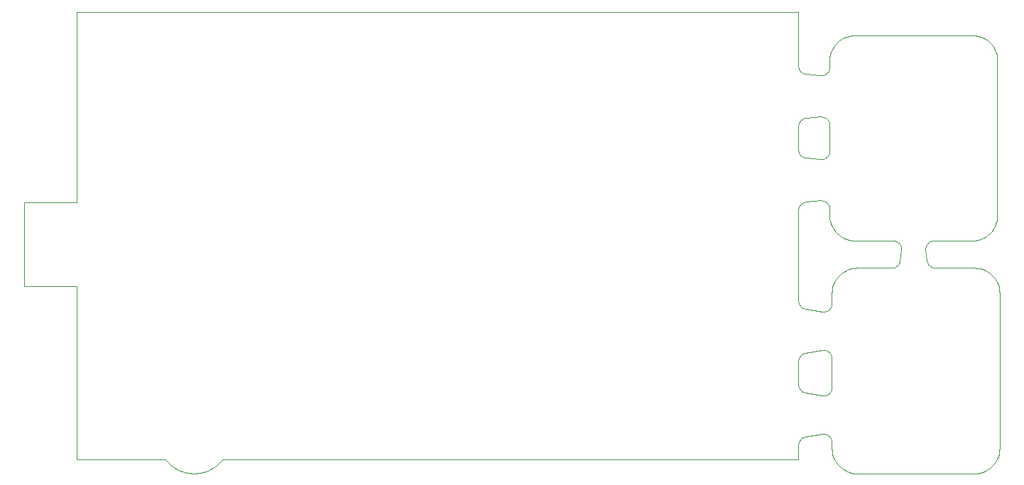
<source format=gko>
%MOIN*%
%OFA0B0*%
%FSLAX36Y36*%
%IPPOS*%
%LPD*%
%ADD10C,0*%
D10*
X003632999Y001520096D02*
X003632999Y001520096D01*
X003632999Y001629509D01*
X003633108Y001632432D01*
X003633433Y001635338D01*
X003633973Y001638212D01*
X003634725Y001641038D01*
X003635685Y001643801D01*
X003636847Y001646485D01*
X003638205Y001649075D01*
X003639752Y001651557D01*
X003641479Y001653917D01*
X003643376Y001656143D01*
X003645433Y001658222D01*
X003647639Y001660142D01*
X003649981Y001661893D01*
X003652446Y001663466D01*
X003655022Y001664851D01*
X003657693Y001666041D01*
X003660446Y001667030D01*
X003663264Y001667812D01*
X003666132Y001668382D01*
X003669035Y001668738D01*
X003736822Y001674500D01*
X003740078Y001674641D01*
X003743333Y001674513D01*
X003746567Y001674116D01*
X003749757Y001673453D01*
X003752881Y001672528D01*
X003755918Y001671349D01*
X003758847Y001669922D01*
X003761648Y001668258D01*
X003764302Y001666368D01*
X003766791Y001664265D01*
X003769097Y001661963D01*
X003771205Y001659479D01*
X003773100Y001656829D01*
X003774770Y001654031D01*
X003776203Y001651105D01*
X003777388Y001648070D01*
X003778319Y001644948D01*
X003778989Y001641759D01*
X003779392Y001638526D01*
X003779527Y001635271D01*
X003779527Y001514334D01*
X003779392Y001511079D01*
X003778989Y001507846D01*
X003778319Y001504657D01*
X003777388Y001501535D01*
X003776203Y001498500D01*
X003774770Y001495574D01*
X003773100Y001492776D01*
X003771205Y001490126D01*
X003769097Y001487642D01*
X003766791Y001485340D01*
X003764302Y001483237D01*
X003761648Y001481347D01*
X003758847Y001479683D01*
X003755918Y001478257D01*
X003752881Y001477077D01*
X003749757Y001476152D01*
X003746567Y001475489D01*
X003743333Y001475092D01*
X003740078Y001474964D01*
X003736822Y001475106D01*
X003669035Y001480868D01*
X003666132Y001481223D01*
X003663264Y001481794D01*
X003660446Y001482575D01*
X003657693Y001483564D01*
X003655022Y001484754D01*
X003652446Y001486139D01*
X003649981Y001487712D01*
X003647639Y001489463D01*
X003645433Y001491384D01*
X003643376Y001493462D01*
X003641479Y001495688D01*
X003639752Y001498049D01*
X003638205Y001500531D01*
X003636847Y001503121D01*
X003635685Y001505804D01*
X003634725Y001508567D01*
X003633973Y001511393D01*
X003633433Y001514267D01*
X003633108Y001517174D01*
X003632999Y001520096D01*
X003632999Y000133446D02*
X003632999Y000133446D01*
X003633097Y000136221D01*
X003633391Y000138982D01*
X003633878Y000141716D01*
X003634556Y000144408D01*
X003635423Y000147046D01*
X003636474Y000149617D01*
X003637703Y000152107D01*
X003639104Y000154504D01*
X003640671Y000156796D01*
X003642396Y000158972D01*
X003644270Y000161021D01*
X003646283Y000162933D01*
X003648426Y000164699D01*
X003650689Y000166309D01*
X003653059Y000167755D01*
X003655525Y000169031D01*
X003658075Y000170130D01*
X003660696Y000171046D01*
X003663376Y000171775D01*
X003666100Y000172314D01*
X003744840Y000185016D01*
X003748223Y000185412D01*
X003751627Y000185515D01*
X003755027Y000185323D01*
X003758399Y000184838D01*
X003761715Y000184063D01*
X003764952Y000183004D01*
X003768086Y000181670D01*
X003771093Y000180070D01*
X003773950Y000178216D01*
X003776636Y000176122D01*
X003779131Y000173803D01*
X003781416Y000171278D01*
X003783475Y000168565D01*
X003785291Y000165684D01*
X003786852Y000162656D01*
X003788145Y000159505D01*
X003789161Y000156255D01*
X003789892Y000152928D01*
X003790332Y000149551D01*
X003790480Y000146148D01*
X003790480Y000118110D01*
X003791222Y000104886D01*
X003793441Y000091828D01*
X003797108Y000079101D01*
X003802176Y000066864D01*
X003808583Y000055271D01*
X003816248Y000044470D01*
X003825073Y000034593D01*
X003834950Y000025768D01*
X003845751Y000018103D01*
X003857344Y000011696D01*
X003869581Y000006628D01*
X003882308Y000002961D01*
X003895366Y000000742D01*
X003908590Y000000000D01*
X004459771Y000000000D01*
X004472995Y000000742D01*
X004486053Y000002961D01*
X004498780Y000006628D01*
X004511017Y000011696D01*
X004522609Y000018103D01*
X004533411Y000025768D01*
X004543288Y000034593D01*
X004552113Y000044470D01*
X004559778Y000055271D01*
X004566185Y000066864D01*
X004571253Y000079101D01*
X004574920Y000091828D01*
X004577139Y000104886D01*
X004577881Y000118110D01*
X004577881Y000846456D01*
X004577139Y000859681D01*
X004574920Y000872739D01*
X004571253Y000885466D01*
X004566185Y000897703D01*
X004559778Y000909295D01*
X004552113Y000920097D01*
X004543288Y000929973D01*
X004533411Y000938799D01*
X004522609Y000946463D01*
X004511017Y000952870D01*
X004498780Y000957938D01*
X004486053Y000961605D01*
X004472995Y000963824D01*
X004459771Y000964566D01*
X004275514Y000964566D01*
X004272677Y000964669D01*
X004269855Y000964975D01*
X004267062Y000965484D01*
X004264314Y000966193D01*
X004261623Y000967099D01*
X004259005Y000968195D01*
X004256472Y000969478D01*
X004254039Y000970940D01*
X004251717Y000972573D01*
X004249519Y000974369D01*
X004247456Y000976319D01*
X004245539Y000978413D01*
X004243777Y000980639D01*
X004242181Y000982987D01*
X004240758Y000985443D01*
X004239516Y000987995D01*
X004238461Y000990631D01*
X004237598Y000993335D01*
X004236933Y000996095D01*
X004236468Y000998896D01*
X004230115Y001048108D01*
X004229828Y001051440D01*
X004229825Y001054784D01*
X004230105Y001058116D01*
X004230668Y001061412D01*
X004231508Y001064648D01*
X004232619Y001067802D01*
X004233994Y001070850D01*
X004235623Y001073770D01*
X004237494Y001076542D01*
X004239593Y001079145D01*
X004241906Y001081560D01*
X004244415Y001083770D01*
X004247103Y001085760D01*
X004249950Y001087514D01*
X004252935Y001089020D01*
X004256037Y001090268D01*
X004259235Y001091247D01*
X004262503Y001091952D01*
X004265820Y001092377D01*
X004269161Y001092519D01*
X004448818Y001092519D01*
X004462042Y001093262D01*
X004475100Y001095481D01*
X004487827Y001099147D01*
X004500065Y001104216D01*
X004511657Y001110623D01*
X004522459Y001118287D01*
X004532335Y001127113D01*
X004541161Y001136989D01*
X004548825Y001147791D01*
X004555232Y001159383D01*
X004560300Y001171620D01*
X004563967Y001184348D01*
X004566186Y001197405D01*
X004566929Y001210629D01*
X004566929Y001938976D01*
X004566186Y001952200D01*
X004563967Y001965258D01*
X004560300Y001977985D01*
X004555232Y001990222D01*
X004548825Y002001814D01*
X004541161Y002012616D01*
X004532335Y002022493D01*
X004522459Y002031318D01*
X004511657Y002038983D01*
X004500065Y002045390D01*
X004487827Y002050458D01*
X004475100Y002054125D01*
X004462042Y002056344D01*
X004448818Y002057086D01*
X003897637Y002057086D01*
X003884413Y002056344D01*
X003871355Y002054125D01*
X003858628Y002050458D01*
X003846391Y002045390D01*
X003834799Y002038983D01*
X003823997Y002031318D01*
X003814120Y002022493D01*
X003805295Y002012616D01*
X003797630Y002001814D01*
X003791223Y001990222D01*
X003786155Y001977985D01*
X003782488Y001965258D01*
X003780270Y001952200D01*
X003779527Y001938976D01*
X003779527Y001908035D01*
X003779392Y001904780D01*
X003778989Y001901547D01*
X003778319Y001898358D01*
X003777388Y001895236D01*
X003776203Y001892201D01*
X003774770Y001889275D01*
X003773100Y001886477D01*
X003771205Y001883827D01*
X003769097Y001881343D01*
X003766791Y001879041D01*
X003764302Y001876938D01*
X003761648Y001875048D01*
X003758847Y001873384D01*
X003755918Y001871957D01*
X003752881Y001870778D01*
X003749757Y001869853D01*
X003746567Y001869190D01*
X003743333Y001868793D01*
X003740078Y001868665D01*
X003736822Y001868806D01*
X003669035Y001874568D01*
X003666132Y001874924D01*
X003663264Y001875494D01*
X003660446Y001876276D01*
X003657693Y001877265D01*
X003655022Y001878455D01*
X003652446Y001879840D01*
X003649981Y001881413D01*
X003647639Y001883164D01*
X003645433Y001885084D01*
X003643376Y001887163D01*
X003641479Y001889389D01*
X003639752Y001891749D01*
X003638205Y001894231D01*
X003636847Y001896821D01*
X003635685Y001899505D01*
X003634725Y001902268D01*
X003633973Y001905094D01*
X003633433Y001907968D01*
X003633108Y001910875D01*
X003632999Y001913797D01*
X003632999Y002167319D01*
X000245999Y002167319D01*
X000245999Y001272319D01*
X000000000Y001272319D01*
X000000000Y000878319D01*
X000245999Y000878319D01*
X000245999Y000067319D01*
X000661645Y000067319D01*
X000669448Y000057619D01*
X000677949Y000048525D01*
X000687103Y000040088D01*
X000696859Y000032354D01*
X000707162Y000025366D01*
X000717955Y000019162D01*
X000729180Y000013778D01*
X000740773Y000009242D01*
X000752671Y000005581D01*
X000764809Y000002813D01*
X000777118Y000000954D01*
X000789532Y000000014D01*
X000801980Y000000000D01*
X000814396Y000000910D01*
X000826710Y000002740D01*
X000838854Y000005480D01*
X000850761Y000009114D01*
X000862365Y000013622D01*
X000873602Y000018980D01*
X000884410Y000025158D01*
X000894729Y000032122D01*
X000904502Y000039833D01*
X000913676Y000048249D01*
X000922199Y000057322D01*
X000930025Y000067005D01*
X000961000Y000067005D01*
X002845000Y000067319D01*
X003632999Y000067319D01*
X003632999Y000133446D01*
X003632999Y000527147D02*
X003632999Y000527147D01*
X003633097Y000529922D01*
X003633391Y000532683D01*
X003633878Y000535417D01*
X003634556Y000538109D01*
X003635423Y000540747D01*
X003636474Y000543317D01*
X003637703Y000545807D01*
X003639104Y000548204D01*
X003640671Y000550497D01*
X003642396Y000552673D01*
X003644270Y000554722D01*
X003646283Y000556634D01*
X003648426Y000558399D01*
X003650689Y000560009D01*
X003653059Y000561456D01*
X003655525Y000562732D01*
X003658075Y000563830D01*
X003660696Y000564747D01*
X003663376Y000565476D01*
X003666100Y000566014D01*
X003744840Y000578716D01*
X003748223Y000579113D01*
X003751627Y000579216D01*
X003755027Y000579024D01*
X003758399Y000578538D01*
X003761715Y000577764D01*
X003764952Y000576705D01*
X003768086Y000575371D01*
X003771093Y000573771D01*
X003773950Y000571917D01*
X003776636Y000569823D01*
X003779131Y000567504D01*
X003781416Y000564979D01*
X003783475Y000562266D01*
X003785291Y000559384D01*
X003786852Y000556357D01*
X003788145Y000553206D01*
X003789161Y000549955D01*
X003789892Y000546629D01*
X003790332Y000543252D01*
X003790480Y000539849D01*
X003790480Y000405032D01*
X003790332Y000401629D01*
X003789892Y000398252D01*
X003789161Y000394926D01*
X003788145Y000391675D01*
X003786852Y000388524D01*
X003785291Y000385496D01*
X003783475Y000382615D01*
X003781416Y000379902D01*
X003779131Y000377377D01*
X003776636Y000375058D01*
X003773950Y000372964D01*
X003771093Y000371110D01*
X003768086Y000369510D01*
X003764952Y000368176D01*
X003761715Y000367117D01*
X003758399Y000366343D01*
X003755027Y000365857D01*
X003751627Y000365665D01*
X003748223Y000365768D01*
X003744840Y000366164D01*
X003666100Y000378866D01*
X003663376Y000379405D01*
X003660696Y000380134D01*
X003658075Y000381051D01*
X003655525Y000382149D01*
X003653059Y000383425D01*
X003650689Y000384872D01*
X003648426Y000386481D01*
X003646283Y000388247D01*
X003644270Y000390159D01*
X003642396Y000392208D01*
X003640671Y000394384D01*
X003639104Y000396677D01*
X003637703Y000399074D01*
X003636474Y000401563D01*
X003635423Y000404134D01*
X003634556Y000406772D01*
X003633878Y000409464D01*
X003633391Y000412198D01*
X003633097Y000414959D01*
X003632999Y000417734D01*
X003632999Y000527147D01*
X003632999Y001235808D02*
X003632999Y001235808D01*
X003633108Y001238731D01*
X003633433Y001241637D01*
X003633973Y001244511D01*
X003634725Y001247338D01*
X003635685Y001250100D01*
X003636847Y001252784D01*
X003638205Y001255374D01*
X003639752Y001257856D01*
X003641479Y001260216D01*
X003643376Y001262442D01*
X003645433Y001264521D01*
X003647639Y001266441D01*
X003649981Y001268193D01*
X003652446Y001269765D01*
X003655022Y001271150D01*
X003657693Y001272341D01*
X003660446Y001273329D01*
X003663264Y001274111D01*
X003666132Y001274681D01*
X003669035Y001275037D01*
X003736822Y001280799D01*
X003740078Y001280940D01*
X003743333Y001280812D01*
X003746567Y001280415D01*
X003749757Y001279752D01*
X003752881Y001278828D01*
X003755918Y001277648D01*
X003758847Y001276221D01*
X003761648Y001274557D01*
X003764302Y001272667D01*
X003766791Y001270564D01*
X003769097Y001268263D01*
X003771205Y001265778D01*
X003773100Y001263128D01*
X003774770Y001260330D01*
X003776203Y001257404D01*
X003777388Y001254370D01*
X003778319Y001251247D01*
X003778989Y001248059D01*
X003779392Y001244826D01*
X003779527Y001241570D01*
X003779527Y001210629D01*
X003780270Y001197405D01*
X003782488Y001184348D01*
X003786155Y001171620D01*
X003791223Y001159383D01*
X003797630Y001147791D01*
X003805295Y001136989D01*
X003814120Y001127113D01*
X003823997Y001118287D01*
X003834799Y001110623D01*
X003846391Y001104216D01*
X003858628Y001099147D01*
X003871355Y001095481D01*
X003884413Y001093262D01*
X003897637Y001092519D01*
X004077295Y001092519D01*
X004080636Y001092377D01*
X004083952Y001091952D01*
X004087221Y001091247D01*
X004090418Y001090268D01*
X004093521Y001089020D01*
X004096506Y001087514D01*
X004099353Y001085760D01*
X004102041Y001083770D01*
X004104550Y001081560D01*
X004106862Y001079145D01*
X004108962Y001076542D01*
X004110832Y001073770D01*
X004112461Y001070850D01*
X004113836Y001067802D01*
X004114948Y001064648D01*
X004115788Y001061412D01*
X004116350Y001058116D01*
X004116631Y001054784D01*
X004116628Y001051440D01*
X004116341Y001048108D01*
X004109987Y000998896D01*
X004109523Y000996095D01*
X004108857Y000993335D01*
X004107995Y000990631D01*
X004106940Y000987995D01*
X004105698Y000985443D01*
X004104275Y000982987D01*
X004102678Y000980639D01*
X004100917Y000978413D01*
X004099000Y000976319D01*
X004096937Y000974369D01*
X004094739Y000972573D01*
X004092417Y000970940D01*
X004089983Y000969478D01*
X004087451Y000968195D01*
X004084833Y000967099D01*
X004082142Y000966193D01*
X004079393Y000965484D01*
X004076600Y000964975D01*
X004073778Y000964669D01*
X004070941Y000964566D01*
X003908590Y000964566D01*
X003895366Y000963824D01*
X003882308Y000961605D01*
X003869581Y000957938D01*
X003857344Y000952870D01*
X003845751Y000946463D01*
X003834950Y000938799D01*
X003825073Y000929973D01*
X003816248Y000920097D01*
X003808583Y000909295D01*
X003802176Y000897703D01*
X003797108Y000885466D01*
X003793441Y000872739D01*
X003791222Y000859681D01*
X003790480Y000846456D01*
X003790480Y000798733D01*
X003790332Y000795330D01*
X003789892Y000791953D01*
X003789161Y000788626D01*
X003788145Y000785376D01*
X003786852Y000782225D01*
X003785291Y000779197D01*
X003783475Y000776316D01*
X003781416Y000773603D01*
X003779131Y000771077D01*
X003776636Y000768759D01*
X003773950Y000766665D01*
X003771093Y000764811D01*
X003768086Y000763211D01*
X003764952Y000761877D01*
X003761715Y000760818D01*
X003758399Y000760043D01*
X003755027Y000759558D01*
X003751627Y000759366D01*
X003748223Y000759469D01*
X003744840Y000759865D01*
X003666100Y000772567D01*
X003663376Y000773106D01*
X003660696Y000773835D01*
X003658075Y000774751D01*
X003655525Y000775850D01*
X003653059Y000777126D01*
X003650689Y000778572D01*
X003648426Y000780182D01*
X003646283Y000781948D01*
X003644270Y000783860D01*
X003642396Y000785909D01*
X003640671Y000788085D01*
X003639104Y000790377D01*
X003637703Y000792774D01*
X003636474Y000795264D01*
X003635423Y000797835D01*
X003634556Y000800473D01*
X003633878Y000803165D01*
X003633391Y000805899D01*
X003633097Y000808660D01*
X003632999Y000811435D01*
X003632999Y001235808D01*
M02*
</source>
